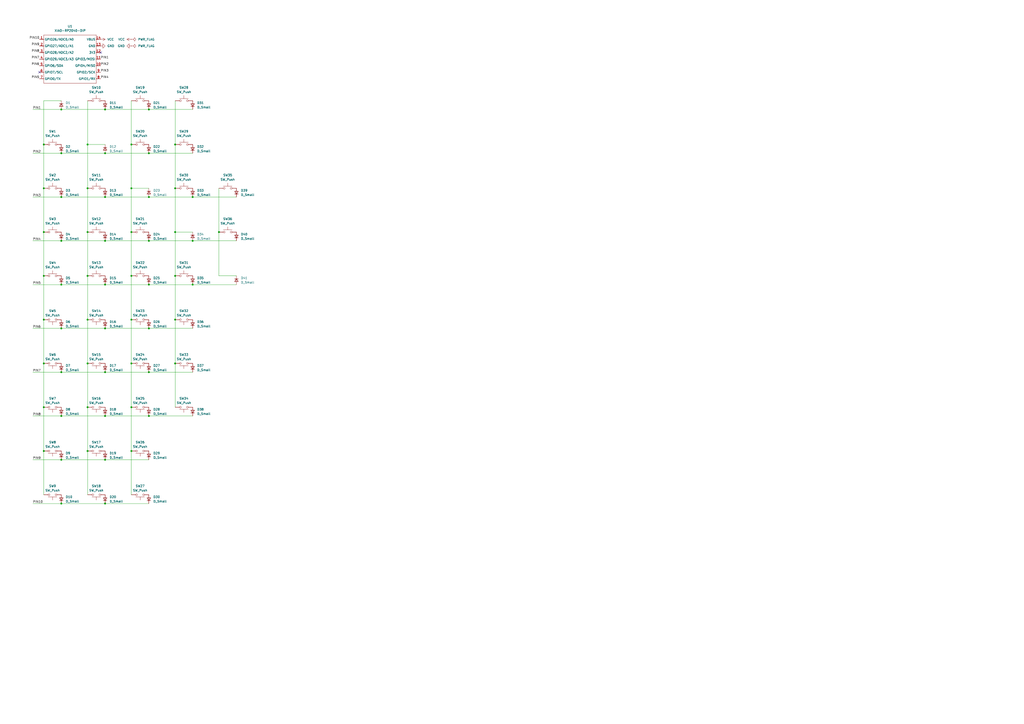
<source format=kicad_sch>
(kicad_sch (version 20231120) (generator "eeschema") (generator_version "8.0")
  (paper "A2")
  (lib_symbols
    (symbol "Device:D_Small" (pin_numbers hide) (pin_names (offset 0.254) hide)
      (property "Reference" "D" (at -1.27 2.032 0))
      (property "Value" "D_Small" (at -3.81 -2.032 0))
      (symbol "D_Small_0_1"
        (polyline (pts (xy -0.762 -1.016) (xy -0.762 1.016)) (stroke (width 0.254)))
        (polyline (pts (xy -0.762 0) (xy 0.762 0)))
        (polyline (pts (xy 0.762 -1.016) (xy -0.762 0) (xy 0.762 1.016) (xy 0.762 -1.016)) (stroke (width 0.254)))
      )
      (symbol "D_Small_1_1"
        (pin passive line (at -2.54 0 0) (length 1.778) (name "K") (number "1"))
        (pin passive line (at 2.54 0 180) (length 1.778) (name "A") (number "2"))
      )
    )
    (symbol "Seeed_Studio_XIAO_Series:XIAO-RP2040-DIP"
      (property "Reference" "U" (at 0 0 0))
      (property "Value" "XIAO-RP2040-DIP" (at 5.334 -1.778 0))
      (symbol "XIAO-RP2040-DIP_1_0"
        (polyline (pts (xy -1.27 -30.48) (xy -1.27 -16.51)) (stroke (width 0.1524)))
        (polyline (pts (xy -1.27 -27.94) (xy -2.54 -27.94)) (stroke (width 0.1524)))
        (polyline (pts (xy -1.27 -24.13) (xy -2.54 -24.13)) (stroke (width 0.1524)))
        (polyline (pts (xy -1.27 -20.32) (xy -2.54 -20.32)) (stroke (width 0.1524)))
        (polyline (pts (xy -1.27 -16.51) (xy -2.54 -16.51)) (stroke (width 0.1524)))
        (polyline (pts (xy -1.27 -16.51) (xy -1.27 -12.7)) (stroke (width 0.1524)))
        (polyline (pts (xy -1.27 -12.7) (xy -2.54 -12.7)) (stroke (width 0.1524)))
        (polyline (pts (xy -1.27 -12.7) (xy -1.27 -8.89)) (stroke (width 0.1524)))
        (polyline (pts (xy -1.27 -8.89) (xy -2.54 -8.89)) (stroke (width 0.1524)))
        (polyline (pts (xy -1.27 -8.89) (xy -1.27 -5.08)) (stroke (width 0.1524)))
        (polyline (pts (xy -1.27 -5.08) (xy -2.54 -5.08)) (stroke (width 0.1524)))
        (polyline (pts (xy -1.27 -5.08) (xy -1.27 -2.54)) (stroke (width 0.1524)))
        (polyline (pts (xy -1.27 -2.54) (xy 29.21 -2.54)) (stroke (width 0.1524)))
        (polyline (pts (xy 29.21 -30.48) (xy -1.27 -30.48)) (stroke (width 0.1524)))
        (polyline (pts (xy 29.21 -12.7) (xy 29.21 -30.48)) (stroke (width 0.1524)))
        (polyline (pts (xy 29.21 -8.89) (xy 29.21 -12.7)) (stroke (width 0.1524)))
        (polyline (pts (xy 29.21 -5.08) (xy 29.21 -8.89)) (stroke (width 0.1524)))
        (polyline (pts (xy 29.21 -2.54) (xy 29.21 -5.08)) (stroke (width 0.1524)))
        (polyline (pts (xy 30.48 -27.94) (xy 29.21 -27.94)) (stroke (width 0.1524)))
        (polyline (pts (xy 30.48 -24.13) (xy 29.21 -24.13)) (stroke (width 0.1524)))
        (polyline (pts (xy 30.48 -20.32) (xy 29.21 -20.32)) (stroke (width 0.1524)))
        (polyline (pts (xy 30.48 -16.51) (xy 29.21 -16.51)) (stroke (width 0.1524)))
        (polyline (pts (xy 30.48 -12.7) (xy 29.21 -12.7)) (stroke (width 0.1524)))
        (polyline (pts (xy 30.48 -8.89) (xy 29.21 -8.89)) (stroke (width 0.1524)))
        (polyline (pts (xy 30.48 -5.08) (xy 29.21 -5.08)) (stroke (width 0.1524)))
        (pin passive line (at -3.81 -5.08 0) (length 2.54) (name "GPIO26/ADC0/A0") (number "1"))
        (pin passive line (at 31.75 -20.32 180) (length 2.54) (name "GPIO4/MISO") (number "10"))
        (pin passive line (at 31.75 -16.51 180) (length 2.54) (name "GPIO3/MOSI") (number "11"))
        (pin passive line (at 31.75 -12.7 180) (length 2.54) (name "3V3") (number "12"))
        (pin passive line (at 31.75 -8.89 180) (length 2.54) (name "GND") (number "13"))
        (pin passive line (at 31.75 -5.08 180) (length 2.54) (name "VBUS") (number "14"))
        (pin passive line (at -3.81 -8.89 0) (length 2.54) (name "GPIO27/ADC1/A1") (number "2"))
        (pin passive line (at -3.81 -12.7 0) (length 2.54) (name "GPIO28/ADC2/A2") (number "3"))
        (pin passive line (at -3.81 -16.51 0) (length 2.54) (name "GPIO29/ADC3/A3") (number "4"))
        (pin passive line (at -3.81 -20.32 0) (length 2.54) (name "GPIO6/SDA") (number "5"))
        (pin passive line (at -3.81 -24.13 0) (length 2.54) (name "GPIO7/SCL") (number "6"))
        (pin passive line (at -3.81 -27.94 0) (length 2.54) (name "GPIO0/TX") (number "7"))
        (pin passive line (at 31.75 -27.94 180) (length 2.54) (name "GPIO1/RX") (number "8"))
        (pin passive line (at 31.75 -24.13 180) (length 2.54) (name "GPIO2/SCK") (number "9"))
      )
    )
    (symbol "Switch:SW_Push" (pin_numbers hide) (pin_names (offset 1.016) hide)
      (property "Reference" "SW" (at 1.27 2.54 0))
      (property "Value" "SW_Push" (at 0 -1.524 0))
      (symbol "SW_Push_0_1"
        (circle (center -2.032 0) (radius 0.508))
        (polyline (pts (xy 0 1.27) (xy 0 3.048)))
        (polyline (pts (xy 2.54 1.27) (xy -2.54 1.27)))
        (circle (center 2.032 0) (radius 0.508))
        (pin passive line (at -5.08 0 0) (length 2.54) (name "1") (number "1"))
        (pin passive line (at 5.08 0 180) (length 2.54) (name "2") (number "2"))
      )
    )
    (symbol "power:GND" (power) (pin_numbers hide) (pin_names (offset 0) hide)
      (property "Value" "GND" (at 0 -3.81 0))
      (symbol "GND_0_1"
        (polyline (pts (xy 0 0) (xy 0 -1.27) (xy 1.27 -1.27) (xy 0 -2.54) (xy -1.27 -1.27) (xy 0 -1.27)))
      )
      (symbol "GND_1_1"
        (pin power_in line (at 0 0 270) (length 0) (name "~") (number "1"))
      )
    )
    (symbol "power:PWR_FLAG" (power) (pin_numbers hide) (pin_names (offset 0) hide)
      (property "Value" "PWR_FLAG" (at 0 3.81 0))
      (symbol "PWR_FLAG_0_0"
        (pin power_out line (at 0 0 90) (length 0) (name "~") (number "1"))
      )
      (symbol "PWR_FLAG_0_1"
        (polyline (pts (xy 0 0) (xy 0 1.27) (xy -1.016 1.905) (xy 0 2.54) (xy 1.016 1.905) (xy 0 1.27)))
      )
    )
    (symbol "power:VCC" (power) (pin_numbers hide) (pin_names (offset 0) hide)
      (property "Value" "VCC" (at 0 3.556 0))
      (symbol "VCC_0_1"
        (polyline (pts (xy -0.762 1.27) (xy 0 2.54)))
        (polyline (pts (xy 0 0) (xy 0 2.54)))
        (polyline (pts (xy 0 2.54) (xy 0.762 1.27)))
      )
      (symbol "VCC_1_1"
        (pin power_in line (at 0 0 90) (length 0) (name "~") (number "1"))
      )
    )
  )
  (junction (at 60.96 88.9))
  (junction (at 35.56 114.3))
  (junction (at 101.6 185.42))
  (junction (at 35.56 139.7))
  (junction (at 76.2 210.82))
  (junction (at 35.56 215.9))
  (junction (at 25.4 210.82))
  (junction (at 50.8 210.82))
  (junction (at 86.36 63.5))
  (junction (at 25.4 261.62))
  (junction (at 25.4 160.02))
  (junction (at 60.96 63.5))
  (junction (at 35.56 190.5))
  (junction (at 86.36 139.7))
  (junction (at 86.36 165.1))
  (junction (at 60.96 266.7))
  (junction (at 86.36 215.9))
  (junction (at 86.36 88.9))
  (junction (at 76.2 261.62))
  (junction (at 60.96 241.3))
  (junction (at 60.96 165.1))
  (junction (at 86.36 114.3))
  (junction (at 101.6 210.82))
  (junction (at 35.56 266.7))
  (junction (at 35.56 88.9))
  (junction (at 35.56 165.1))
  (junction (at 111.76 114.3))
  (junction (at 50.8 83.82))
  (junction (at 76.2 134.62))
  (junction (at 86.36 190.5))
  (junction (at 25.4 185.42))
  (junction (at 127 134.62))
  (junction (at 76.2 83.82))
  (junction (at 50.8 261.62))
  (junction (at 101.6 160.02))
  (junction (at 50.8 134.62))
  (junction (at 25.4 109.22))
  (junction (at 60.96 292.1))
  (junction (at 60.96 114.3))
  (junction (at 50.8 236.22))
  (junction (at 111.76 165.1))
  (junction (at 35.56 241.3))
  (junction (at 35.56 292.1))
  (junction (at 60.96 190.5))
  (junction (at 50.8 185.42))
  (junction (at 76.2 185.42))
  (junction (at 86.36 241.3))
  (junction (at 101.6 83.82))
  (junction (at 76.2 236.22))
  (junction (at 60.96 215.9))
  (junction (at 50.8 160.02))
  (junction (at 101.6 109.22))
  (junction (at 50.8 109.22))
  (junction (at 101.6 134.62))
  (junction (at 76.2 109.22))
  (junction (at 76.2 160.02))
  (junction (at 60.96 139.7))
  (junction (at 25.4 236.22))
  (junction (at 111.76 139.7))
  (junction (at 25.4 83.82))
  (junction (at 35.56 63.5))
  (junction (at 25.4 134.62))
  (no_connect (at 58.42 30.48))
  (no_connect (at 22.86 41.91))
  (wire (pts (xy 76.2 261.62) (xy 76.2 287.02)))
  (wire (pts (xy 19.05 190.5) (xy 35.56 190.5)))
  (wire (pts (xy 76.2 134.62) (xy 76.2 160.02)))
  (wire (pts (xy 19.05 114.3) (xy 35.56 114.3)))
  (wire (pts (xy 25.4 261.62) (xy 25.4 287.02)))
  (wire (pts (xy 35.56 63.5) (xy 60.96 63.5)))
  (wire (pts (xy 60.96 88.9) (xy 86.36 88.9)))
  (wire (pts (xy 19.05 139.7) (xy 35.56 139.7)))
  (wire (pts (xy 76.2 210.82) (xy 76.2 236.22)))
  (wire (pts (xy 35.56 215.9) (xy 60.96 215.9)))
  (wire (pts (xy 101.6 185.42) (xy 101.6 210.82)))
  (wire (pts (xy 76.2 185.42) (xy 76.2 210.82)))
  (wire (pts (xy 86.36 190.5) (xy 111.76 190.5)))
  (wire (pts (xy 19.05 63.5) (xy 35.56 63.5)))
  (wire (pts (xy 19.05 215.9) (xy 35.56 215.9)))
  (wire (pts (xy 111.76 114.3) (xy 137.16 114.3)))
  (wire (pts (xy 50.8 58.42) (xy 50.8 83.82)))
  (wire (pts (xy 25.4 185.42) (xy 25.4 210.82)))
  (wire (pts (xy 60.96 266.7) (xy 86.36 266.7)))
  (wire (pts (xy 60.96 241.3) (xy 86.36 241.3)))
  (wire (pts (xy 25.4 58.42) (xy 25.4 83.82)))
  (wire (pts (xy 35.56 165.1) (xy 60.96 165.1)))
  (wire (pts (xy 35.56 88.9) (xy 60.96 88.9)))
  (wire (pts (xy 76.2 160.02) (xy 76.2 185.42)))
  (wire (pts (xy 60.96 190.5) (xy 86.36 190.5)))
  (wire (pts (xy 86.36 114.3) (xy 111.76 114.3)))
  (wire (pts (xy 101.6 134.62) (xy 101.6 160.02)))
  (wire (pts (xy 19.05 88.9) (xy 35.56 88.9)))
  (wire (pts (xy 101.6 83.82) (xy 101.6 109.22)))
  (wire (pts (xy 101.6 210.82) (xy 101.6 236.22)))
  (wire (pts (xy 101.6 160.02) (xy 101.6 185.42)))
  (wire (pts (xy 25.4 134.62) (xy 25.4 160.02)))
  (wire (pts (xy 25.4 210.82) (xy 25.4 236.22)))
  (wire (pts (xy 35.56 190.5) (xy 60.96 190.5)))
  (wire (pts (xy 50.8 261.62) (xy 50.8 287.02)))
  (wire (pts (xy 60.96 114.3) (xy 86.36 114.3)))
  (wire (pts (xy 76.2 58.42) (xy 76.2 83.82)))
  (wire (pts (xy 101.6 58.42) (xy 101.6 83.82)))
  (wire (pts (xy 60.96 139.7) (xy 86.36 139.7)))
  (wire (pts (xy 50.8 83.82) (xy 60.96 83.82)))
  (wire (pts (xy 19.05 266.7) (xy 35.56 266.7)))
  (wire (pts (xy 50.8 83.82) (xy 50.8 109.22)))
  (wire (pts (xy 35.56 266.7) (xy 60.96 266.7)))
  (wire (pts (xy 86.36 215.9) (xy 111.76 215.9)))
  (wire (pts (xy 60.96 292.1) (xy 86.36 292.1)))
  (wire (pts (xy 86.36 88.9) (xy 111.76 88.9)))
  (wire (pts (xy 86.36 63.5) (xy 111.76 63.5)))
  (wire (pts (xy 19.05 165.1) (xy 35.56 165.1)))
  (wire (pts (xy 101.6 109.22) (xy 101.6 134.62)))
  (wire (pts (xy 19.05 241.3) (xy 35.56 241.3)))
  (wire (pts (xy 25.4 160.02) (xy 25.4 185.42)))
  (wire (pts (xy 35.56 139.7) (xy 60.96 139.7)))
  (wire (pts (xy 60.96 215.9) (xy 86.36 215.9)))
  (wire (pts (xy 137.16 160.02) (xy 127 160.02)))
  (wire (pts (xy 111.76 165.1) (xy 137.16 165.1)))
  (wire (pts (xy 50.8 134.62) (xy 50.8 160.02)))
  (wire (pts (xy 127 109.22) (xy 127 134.62)))
  (wire (pts (xy 50.8 210.82) (xy 50.8 236.22)))
  (wire (pts (xy 86.36 165.1) (xy 111.76 165.1)))
  (wire (pts (xy 60.96 63.5) (xy 86.36 63.5)))
  (wire (pts (xy 19.05 292.1) (xy 35.56 292.1)))
  (wire (pts (xy 76.2 236.22) (xy 76.2 261.62)))
  (wire (pts (xy 60.96 165.1) (xy 86.36 165.1)))
  (wire (pts (xy 50.8 109.22) (xy 50.8 134.62)))
  (wire (pts (xy 127 134.62) (xy 127 160.02)))
  (wire (pts (xy 35.56 241.3) (xy 60.96 241.3)))
  (wire (pts (xy 50.8 160.02) (xy 50.8 185.42)))
  (wire (pts (xy 25.4 109.22) (xy 25.4 134.62)))
  (wire (pts (xy 86.36 139.7) (xy 111.76 139.7)))
  (wire (pts (xy 35.56 114.3) (xy 60.96 114.3)))
  (wire (pts (xy 35.56 292.1) (xy 60.96 292.1)))
  (wire (pts (xy 35.56 58.42) (xy 25.4 58.42)))
  (wire (pts (xy 76.2 109.22) (xy 86.36 109.22)))
  (wire (pts (xy 86.36 241.3) (xy 111.76 241.3)))
  (wire (pts (xy 50.8 185.42) (xy 50.8 210.82)))
  (wire (pts (xy 25.4 236.22) (xy 25.4 261.62)))
  (wire (pts (xy 111.76 139.7) (xy 137.16 139.7)))
  (wire (pts (xy 25.4 83.82) (xy 25.4 109.22)))
  (wire (pts (xy 101.6 134.62) (xy 111.76 134.62)))
  (wire (pts (xy 50.8 236.22) (xy 50.8 261.62)))
  (wire (pts (xy 76.2 109.22) (xy 76.2 134.62)))
  (wire (pts (xy 76.2 83.82) (xy 76.2 109.22)))
  (label "PIN2" (at 19.05 88.9 0))
  (label "PIN6" (at 19.05 190.5 0))
  (label "PIN4" (at 19.05 139.7 0))
  (label "PIN2" (at 58.42 38.1 0))
  (label "PIN3" (at 19.05 114.3 0))
  (label "PIN6" (at 22.86 38.1 180))
  (label "PIN8" (at 19.05 241.3 0))
  (label "PIN5" (at 22.86 45.72 180))
  (label "PIN7" (at 22.86 34.29 180))
  (label "PIN1" (at 19.05 63.5 0))
  (label "PIN5" (at 19.05 165.1 0))
  (label "PIN4" (at 58.42 45.72 0))
  (label "PIN7" (at 19.05 215.9 0))
  (label "PIN9" (at 19.05 266.7 0))
  (label "PIN1" (at 58.42 34.29 0))
  (label "PIN9" (at 22.86 26.67 180))
  (label "PIN10" (at 19.05 292.1 0))
  (label "PIN3" (at 58.42 41.91 0))
  (label "PIN8" (at 22.86 30.48 180))
  (label "PIN10" (at 22.86 22.86 180))
  (symbol (lib_id "Device:D_Small") (at 86.36 111.76 270) (unit 1)
    (property "Reference" "D23" (at 88.9 110.4899 90) (effects (justify left)))
    (property "Value" "D_Small" (at 88.9 113.0299 90) (effects (justify left)))
    (property "Footprint" "kbd:D3_SMD_v2" (effects (hide yes)))
    (property "Description" "Diode, small symbol" (effects (hide yes)))
    (property "Sim.Device" "D" (effects (hide yes)))
    (property "Sim.Pins" "1=K 2=A" (effects (hide yes)))
  )
  (symbol (lib_id "Switch:SW_Push") (at 30.48 83.82 0) (unit 1)
    (property "Reference" "SW1" (at 30.48 76.2 0))
    (property "Value" "SW_Push" (at 30.48 78.74 0))
    (property "Footprint" "kbd:CherryMX_Hotswap" (effects (hide yes)))
    (property "Description" "Push button switch, generic, two pins" (effects (hide yes)))
  )
  (symbol (lib_id "Switch:SW_Push") (at 30.48 185.42 180) (unit 1)
    (property "Reference" "SW5" (at 30.48 180.34 0))
    (property "Value" "SW_Push" (at 30.48 182.88 0))
    (property "Footprint" "kbd:CherryMX_Hotswap" (effects (hide yes)))
    (property "Description" "Push button switch, generic, two pins" (effects (hide yes)))
  )
  (symbol (lib_id "Device:D_Small") (at 60.96 238.76 90) (unit 1)
    (property "Reference" "D18" (at 63.5 237.4899 90) (effects (justify right)))
    (property "Value" "D_Small" (at 63.5 240.0299 90) (effects (justify right)))
    (property "Footprint" "kbd:D3_SMD_v2" (effects (hide yes)))
    (property "Description" "Diode, small symbol" (effects (hide yes)))
    (property "Sim.Device" "D" (effects (hide yes)))
    (property "Sim.Pins" "1=K 2=A" (effects (hide yes)))
  )
  (symbol (lib_id "Device:D_Small") (at 35.56 86.36 90) (unit 1)
    (property "Reference" "D2" (at 38.1 85.0899 90) (effects (justify right)))
    (property "Value" "D_Small" (at 38.1 87.6299 90) (effects (justify right)))
    (property "Footprint" "kbd:D3_SMD_v2" (effects (hide yes)))
    (property "Description" "Diode, small symbol" (effects (hide yes)))
    (property "Sim.Device" "D" (effects (hide yes)))
    (property "Sim.Pins" "1=K 2=A" (effects (hide yes)))
  )
  (symbol (lib_id "Device:D_Small") (at 86.36 213.36 90) (unit 1)
    (property "Reference" "D27" (at 88.9 212.0899 90) (effects (justify right)))
    (property "Value" "D_Small" (at 88.9 214.6299 90) (effects (justify right)))
    (property "Footprint" "kbd:D3_SMD_v2" (effects (hide yes)))
    (property "Description" "Diode, small symbol" (effects (hide yes)))
    (property "Sim.Device" "D" (effects (hide yes)))
    (property "Sim.Pins" "1=K 2=A" (effects (hide yes)))
  )
  (symbol (lib_id "Device:D_Small") (at 111.76 60.96 90) (unit 1)
    (property "Reference" "D31" (at 114.3 59.6899 90) (effects (justify right)))
    (property "Value" "D_Small" (at 114.3 62.2299 90) (effects (justify right)))
    (property "Footprint" "kbd:D3_SMD_v2" (effects (hide yes)))
    (property "Description" "Diode, small symbol" (effects (hide yes)))
    (property "Sim.Device" "D" (effects (hide yes)))
    (property "Sim.Pins" "1=K 2=A" (effects (hide yes)))
  )
  (symbol (lib_id "Device:D_Small") (at 60.96 213.36 90) (unit 1)
    (property "Reference" "D17" (at 63.5 212.0899 90) (effects (justify right)))
    (property "Value" "D_Small" (at 63.5 214.6299 90) (effects (justify right)))
    (property "Footprint" "kbd:D3_SMD_v2" (effects (hide yes)))
    (property "Description" "Diode, small symbol" (effects (hide yes)))
    (property "Sim.Device" "D" (effects (hide yes)))
    (property "Sim.Pins" "1=K 2=A" (effects (hide yes)))
  )
  (symbol (lib_id "Switch:SW_Push") (at 55.88 134.62 0) (unit 1)
    (property "Reference" "SW12" (at 55.88 127 0))
    (property "Value" "SW_Push" (at 55.88 129.54 0))
    (property "Footprint" "kbd:CherryMX_Hotswap" (effects (hide yes)))
    (property "Description" "Push button switch, generic, two pins" (effects (hide yes)))
  )
  (symbol (lib_id "Switch:SW_Push") (at 81.28 160.02 0) (unit 1)
    (property "Reference" "SW22" (at 81.28 152.4 0))
    (property "Value" "SW_Push" (at 81.28 154.94 0))
    (property "Footprint" "kbd:CherryMX_Hotswap" (effects (hide yes)))
    (property "Description" "Push button switch, generic, two pins" (effects (hide yes)))
  )
  (symbol (lib_id "Switch:SW_Push") (at 81.28 236.22 180) (unit 1)
    (property "Reference" "SW25" (at 81.28 231.14 0))
    (property "Value" "SW_Push" (at 81.28 233.68 0))
    (property "Footprint" "kbd:CherryMX_Hotswap" (effects (hide yes)))
    (property "Description" "Push button switch, generic, two pins" (effects (hide yes)))
  )
  (symbol (lib_id "Device:D_Small") (at 86.36 264.16 90) (unit 1)
    (property "Reference" "D29" (at 88.9 262.8899 90) (effects (justify right)))
    (property "Value" "D_Small" (at 88.9 265.4299 90) (effects (justify right)))
    (property "Footprint" "kbd:D3_SMD_v2" (effects (hide yes)))
    (property "Description" "Diode, small symbol" (effects (hide yes)))
    (property "Sim.Device" "D" (effects (hide yes)))
    (property "Sim.Pins" "1=K 2=A" (effects (hide yes)))
  )
  (symbol (lib_id "Device:D_Small") (at 111.76 213.36 90) (unit 1)
    (property "Reference" "D37" (at 114.3 212.0899 90) (effects (justify right)))
    (property "Value" "D_Small" (at 114.3 214.6299 90) (effects (justify right)))
    (property "Footprint" "kbd:D3_SMD_v2" (effects (hide yes)))
    (property "Description" "Diode, small symbol" (effects (hide yes)))
    (property "Sim.Device" "D" (effects (hide yes)))
    (property "Sim.Pins" "1=K 2=A" (effects (hide yes)))
  )
  (symbol (lib_id "Switch:SW_Push") (at 132.08 134.62 0) (unit 1)
    (property "Reference" "SW36" (at 132.08 127 0))
    (property "Value" "SW_Push" (at 132.08 129.54 0))
    (property "Footprint" "kbd:CherryMX_Hotswap_1.5u" (effects (hide yes)))
    (property "Description" "Push button switch, generic, two pins" (effects (hide yes)))
  )
  (symbol (lib_id "Switch:SW_Push") (at 106.68 185.42 180) (unit 1)
    (property "Reference" "SW32" (at 106.68 180.34 0))
    (property "Value" "SW_Push" (at 106.68 182.88 0))
    (property "Footprint" "kbd:CherryMX_Hotswap" (effects (hide yes)))
    (property "Description" "Push button switch, generic, two pins" (effects (hide yes)))
  )
  (symbol (lib_id "power:VCC") (at 58.42 22.86 270) (unit 1)
    (property "Reference" "#PWR01" (effects (hide yes)))
    (property "Value" "VCC" (at 62.23 22.8599 90) (effects (justify left)))
    (property "Description" "Power symbol creates a global label with name \"VCC\"" (effects (hide yes)))
  )
  (symbol (lib_id "Switch:SW_Push") (at 55.88 109.22 0) (unit 1)
    (property "Reference" "SW11" (at 55.88 101.6 0))
    (property "Value" "SW_Push" (at 55.88 104.14 0))
    (property "Footprint" "kbd:CherryMX_Hotswap" (effects (hide yes)))
    (property "Description" "Push button switch, generic, two pins" (effects (hide yes)))
  )
  (symbol (lib_id "Switch:SW_Push") (at 81.28 210.82 180) (unit 1)
    (property "Reference" "SW24" (at 81.28 205.74 0))
    (property "Value" "SW_Push" (at 81.28 208.28 0))
    (property "Footprint" "kbd:CherryMX_Hotswap" (effects (hide yes)))
    (property "Description" "Push button switch, generic, two pins" (effects (hide yes)))
  )
  (symbol (lib_id "Switch:SW_Push") (at 55.88 160.02 0) (unit 1)
    (property "Reference" "SW13" (at 55.88 152.4 0))
    (property "Value" "SW_Push" (at 55.88 154.94 0))
    (property "Footprint" "kbd:CherryMX_Hotswap" (effects (hide yes)))
    (property "Description" "Push button switch, generic, two pins" (effects (hide yes)))
  )
  (symbol (lib_id "Switch:SW_Push") (at 30.48 160.02 0) (unit 1)
    (property "Reference" "SW4" (at 30.48 152.4 0))
    (property "Value" "SW_Push" (at 30.48 154.94 0))
    (property "Footprint" "kbd:CherryMX_Hotswap" (effects (hide yes)))
    (property "Description" "Push button switch, generic, two pins" (effects (hide yes)))
  )
  (symbol (lib_id "Device:D_Small") (at 35.56 60.96 270) (unit 1)
    (property "Reference" "D1" (at 38.1 59.6899 90) (effects (justify left)))
    (property "Value" "D_Small" (at 38.1 62.2299 90) (effects (justify left)))
    (property "Footprint" "kbd:D3_SMD_v2" (effects (hide yes)))
    (property "Description" "Diode, small symbol" (effects (hide yes)))
    (property "Sim.Device" "D" (effects (hide yes)))
    (property "Sim.Pins" "1=K 2=A" (effects (hide yes)))
  )
  (symbol (lib_id "Device:D_Small") (at 137.16 137.16 90) (unit 1)
    (property "Reference" "D40" (at 139.7 135.8899 90) (effects (justify right)))
    (property "Value" "D_Small" (at 139.7 138.4299 90) (effects (justify right)))
    (property "Footprint" "kbd:D3_SMD_v2" (effects (hide yes)))
    (property "Description" "Diode, small symbol" (effects (hide yes)))
    (property "Sim.Device" "D" (effects (hide yes)))
    (property "Sim.Pins" "1=K 2=A" (effects (hide yes)))
  )
  (symbol (lib_id "Device:D_Small") (at 35.56 289.56 90) (unit 1)
    (property "Reference" "D10" (at 38.1 288.2899 90) (effects (justify right)))
    (property "Value" "D_Small" (at 38.1 290.8299 90) (effects (justify right)))
    (property "Footprint" "kbd:D3_SMD_v2" (effects (hide yes)))
    (property "Description" "Diode, small symbol" (effects (hide yes)))
    (property "Sim.Device" "D" (effects (hide yes)))
    (property "Sim.Pins" "1=K 2=A" (effects (hide yes)))
  )
  (symbol (lib_id "Switch:SW_Push") (at 30.48 236.22 180) (unit 1)
    (property "Reference" "SW7" (at 30.48 231.14 0))
    (property "Value" "SW_Push" (at 30.48 233.68 0))
    (property "Footprint" "kbd:CherryMX_Hotswap" (effects (hide yes)))
    (property "Description" "Push button switch, generic, two pins" (effects (hide yes)))
  )
  (symbol (lib_id "Device:D_Small") (at 35.56 137.16 90) (unit 1)
    (property "Reference" "D4" (at 38.1 135.8899 90) (effects (justify right)))
    (property "Value" "D_Small" (at 38.1 138.4299 90) (effects (justify right)))
    (property "Footprint" "kbd:D3_SMD_v2" (effects (hide yes)))
    (property "Description" "Diode, small symbol" (effects (hide yes)))
    (property "Sim.Device" "D" (effects (hide yes)))
    (property "Sim.Pins" "1=K 2=A" (effects (hide yes)))
  )
  (symbol (lib_id "Device:D_Small") (at 60.96 162.56 90) (unit 1)
    (property "Reference" "D15" (at 63.5 161.2899 90) (effects (justify right)))
    (property "Value" "D_Small" (at 63.5 163.8299 90) (effects (justify right)))
    (property "Footprint" "kbd:D3_SMD_v2" (effects (hide yes)))
    (property "Description" "Diode, small symbol" (effects (hide yes)))
    (property "Sim.Device" "D" (effects (hide yes)))
    (property "Sim.Pins" "1=K 2=A" (effects (hide yes)))
  )
  (symbol (lib_id "Device:D_Small") (at 60.96 86.36 270) (unit 1)
    (property "Reference" "D12" (at 63.5 85.0899 90) (effects (justify left)))
    (property "Value" "D_Small" (at 63.5 87.6299 90) (effects (justify left)))
    (property "Footprint" "kbd:D3_SMD_v2" (effects (hide yes)))
    (property "Description" "Diode, small symbol" (effects (hide yes)))
    (property "Sim.Device" "D" (effects (hide yes)))
    (property "Sim.Pins" "1=K 2=A" (effects (hide yes)))
  )
  (symbol (lib_id "Device:D_Small") (at 86.36 60.96 90) (unit 1)
    (property "Reference" "D21" (at 88.9 59.6899 90) (effects (justify right)))
    (property "Value" "D_Small" (at 88.9 62.2299 90) (effects (justify right)))
    (property "Footprint" "kbd:D3_SMD_v2" (effects (hide yes)))
    (property "Description" "Diode, small symbol" (effects (hide yes)))
    (property "Sim.Device" "D" (effects (hide yes)))
    (property "Sim.Pins" "1=K 2=A" (effects (hide yes)))
  )
  (symbol (lib_id "Device:D_Small") (at 60.96 187.96 90) (unit 1)
    (property "Reference" "D16" (at 63.5 186.6899 90) (effects (justify right)))
    (property "Value" "D_Small" (at 63.5 189.2299 90) (effects (justify right)))
    (property "Footprint" "kbd:D3_SMD_v2" (effects (hide yes)))
    (property "Description" "Diode, small symbol" (effects (hide yes)))
    (property "Sim.Device" "D" (effects (hide yes)))
    (property "Sim.Pins" "1=K 2=A" (effects (hide yes)))
  )
  (symbol (lib_id "Device:D_Small") (at 35.56 187.96 90) (unit 1)
    (property "Reference" "D6" (at 38.1 186.6899 90) (effects (justify right)))
    (property "Value" "D_Small" (at 38.1 189.2299 90) (effects (justify right)))
    (property "Footprint" "kbd:D3_SMD_v2" (effects (hide yes)))
    (property "Description" "Diode, small symbol" (effects (hide yes)))
    (property "Sim.Device" "D" (effects (hide yes)))
    (property "Sim.Pins" "1=K 2=A" (effects (hide yes)))
  )
  (symbol (lib_id "Device:D_Small") (at 111.76 238.76 90) (unit 1)
    (property "Reference" "D38" (at 114.3 237.4899 90) (effects (justify right)))
    (property "Value" "D_Small" (at 114.3 240.0299 90) (effects (justify right)))
    (property "Footprint" "kbd:D3_SMD_v2" (effects (hide yes)))
    (property "Description" "Diode, small symbol" (effects (hide yes)))
    (property "Sim.Device" "D" (effects (hide yes)))
    (property "Sim.Pins" "1=K 2=A" (effects (hide yes)))
  )
  (symbol (lib_id "Switch:SW_Push") (at 106.68 236.22 180) (unit 1)
    (property "Reference" "SW34" (at 106.68 231.14 0))
    (property "Value" "SW_Push" (at 106.68 233.68 0))
    (property "Footprint" "kbd:CherryMX_Hotswap" (effects (hide yes)))
    (property "Description" "Push button switch, generic, two pins" (effects (hide yes)))
  )
  (symbol (lib_id "Device:D_Small") (at 86.36 137.16 90) (unit 1)
    (property "Reference" "D24" (at 88.9 135.8899 90) (effects (justify right)))
    (property "Value" "D_Small" (at 88.9 138.4299 90) (effects (justify right)))
    (property "Footprint" "kbd:D3_SMD_v2" (effects (hide yes)))
    (property "Description" "Diode, small symbol" (effects (hide yes)))
    (property "Sim.Device" "D" (effects (hide yes)))
    (property "Sim.Pins" "1=K 2=A" (effects (hide yes)))
  )
  (symbol (lib_id "Device:D_Small") (at 60.96 264.16 90) (unit 1)
    (property "Reference" "D19" (at 63.5 262.8899 90) (effects (justify right)))
    (property "Value" "D_Small" (at 63.5 265.4299 90) (effects (justify right)))
    (property "Footprint" "kbd:D3_SMD_v2" (effects (hide yes)))
    (property "Description" "Diode, small symbol" (effects (hide yes)))
    (property "Sim.Device" "D" (effects (hide yes)))
    (property "Sim.Pins" "1=K 2=A" (effects (hide yes)))
  )
  (symbol (lib_id "Device:D_Small") (at 111.76 111.76 90) (unit 1)
    (property "Reference" "D33" (at 114.3 110.4899 90) (effects (justify right)))
    (property "Value" "D_Small" (at 114.3 113.0299 90) (effects (justify right)))
    (property "Footprint" "kbd:D3_SMD_v2" (effects (hide yes)))
    (property "Description" "Diode, small symbol" (effects (hide yes)))
    (property "Sim.Device" "D" (effects (hide yes)))
    (property "Sim.Pins" "1=K 2=A" (effects (hide yes)))
  )
  (symbol (lib_id "Switch:SW_Push") (at 55.88 236.22 180) (unit 1)
    (property "Reference" "SW16" (at 55.88 231.14 0))
    (property "Value" "SW_Push" (at 55.88 233.68 0))
    (property "Footprint" "kbd:CherryMX_Hotswap" (effects (hide yes)))
    (property "Description" "Push button switch, generic, two pins" (effects (hide yes)))
  )
  (symbol (lib_id "Switch:SW_Push") (at 30.48 287.02 180) (unit 1)
    (property "Reference" "SW9" (at 30.48 281.94 0))
    (property "Value" "SW_Push" (at 30.48 284.48 0))
    (property "Footprint" "kbd:CherryMX_Hotswap" (effects (hide yes)))
    (property "Description" "Push button switch, generic, two pins" (effects (hide yes)))
  )
  (symbol (lib_id "Switch:SW_Push") (at 81.28 134.62 0) (unit 1)
    (property "Reference" "SW21" (at 81.28 127 0))
    (property "Value" "SW_Push" (at 81.28 129.54 0))
    (property "Footprint" "kbd:CherryMX_Hotswap" (effects (hide yes)))
    (property "Description" "Push button switch, generic, two pins" (effects (hide yes)))
  )
  (symbol (lib_id "Switch:SW_Push") (at 81.28 261.62 180) (unit 1)
    (property "Reference" "SW26" (at 81.28 256.54 0))
    (property "Value" "SW_Push" (at 81.28 259.08 0))
    (property "Footprint" "kbd:CherryMX_Hotswap" (effects (hide yes)))
    (property "Description" "Push button switch, generic, two pins" (effects (hide yes)))
  )
  (symbol (lib_id "Device:D_Small") (at 35.56 162.56 90) (unit 1)
    (property "Reference" "D5" (at 38.1 161.2899 90) (effects (justify right)))
    (property "Value" "D_Small" (at 38.1 163.8299 90) (effects (justify right)))
    (property "Footprint" "kbd:D3_SMD_v2" (effects (hide yes)))
    (property "Description" "Diode, small symbol" (effects (hide yes)))
    (property "Sim.Device" "D" (effects (hide yes)))
    (property "Sim.Pins" "1=K 2=A" (effects (hide yes)))
  )
  (symbol (lib_id "Device:D_Small") (at 60.96 289.56 90) (unit 1)
    (property "Reference" "D20" (at 63.5 288.2899 90) (effects (justify right)))
    (property "Value" "D_Small" (at 63.5 290.8299 90) (effects (justify right)))
    (property "Footprint" "kbd:D3_SMD_v2" (effects (hide yes)))
    (property "Description" "Diode, small symbol" (effects (hide yes)))
    (property "Sim.Device" "D" (effects (hide yes)))
    (property "Sim.Pins" "1=K 2=A" (effects (hide yes)))
  )
  (symbol (lib_id "Device:D_Small") (at 35.56 111.76 90) (unit 1)
    (property "Reference" "D3" (at 38.1 110.4899 90) (effects (justify right)))
    (property "Value" "D_Small" (at 38.1 113.0299 90) (effects (justify right)))
    (property "Footprint" "kbd:D3_SMD_v2" (effects (hide yes)))
    (property "Description" "Diode, small symbol" (effects (hide yes)))
    (property "Sim.Device" "D" (effects (hide yes)))
    (property "Sim.Pins" "1=K 2=A" (effects (hide yes)))
  )
  (symbol (lib_id "power:GND") (at 76.2 26.67 270) (unit 1)
    (property "Reference" "#PWR04" (effects (hide yes)))
    (property "Value" "GND" (at 72.39 26.6699 90) (effects (justify right)))
    (property "Description" "Power symbol creates a global label with name \"GND\" , ground" (effects (hide yes)))
  )
  (symbol (lib_id "Device:D_Small") (at 35.56 264.16 90) (unit 1)
    (property "Reference" "D9" (at 38.1 262.8899 90) (effects (justify right)))
    (property "Value" "D_Small" (at 38.1 265.4299 90) (effects (justify right)))
    (property "Footprint" "kbd:D3_SMD_v2" (effects (hide yes)))
    (property "Description" "Diode, small symbol" (effects (hide yes)))
    (property "Sim.Device" "D" (effects (hide yes)))
    (property "Sim.Pins" "1=K 2=A" (effects (hide yes)))
  )
  (symbol (lib_id "Device:D_Small") (at 86.36 238.76 90) (unit 1)
    (property "Reference" "D28" (at 88.9 237.4899 90) (effects (justify right)))
    (property "Value" "D_Small" (at 88.9 240.0299 90) (effects (justify right)))
    (property "Footprint" "kbd:D3_SMD_v2" (effects (hide yes)))
    (property "Description" "Diode, small symbol" (effects (hide yes)))
    (property "Sim.Device" "D" (effects (hide yes)))
    (property "Sim.Pins" "1=K 2=A" (effects (hide yes)))
  )
  (symbol (lib_id "Switch:SW_Push") (at 30.48 261.62 180) (unit 1)
    (property "Reference" "SW8" (at 30.48 256.54 0))
    (property "Value" "SW_Push" (at 30.48 259.08 0))
    (property "Footprint" "kbd:CherryMX_Hotswap" (effects (hide yes)))
    (property "Description" "Push button switch, generic, two pins" (effects (hide yes)))
  )
  (symbol (lib_id "Switch:SW_Push") (at 81.28 58.42 0) (unit 1)
    (property "Reference" "SW19" (at 81.28 50.8 0))
    (property "Value" "SW_Push" (at 81.28 53.34 0))
    (property "Footprint" "kbd:CherryMX_Hotswap" (effects (hide yes)))
    (property "Description" "Push button switch, generic, two pins" (effects (hide yes)))
  )
  (symbol (lib_id "power:PWR_FLAG") (at 76.2 22.86 270) (unit 1)
    (property "Reference" "#FLG01" (effects (hide yes)))
    (property "Value" "PWR_FLAG" (at 80.01 22.8599 90) (effects (justify left)))
    (property "Description" "Special symbol for telling ERC where power comes from" (effects (hide yes)))
  )
  (symbol (lib_id "Switch:SW_Push") (at 30.48 210.82 180) (unit 1)
    (property "Reference" "SW6" (at 30.48 205.74 0))
    (property "Value" "SW_Push" (at 30.48 208.28 0))
    (property "Footprint" "kbd:CherryMX_Hotswap" (effects (hide yes)))
    (property "Description" "Push button switch, generic, two pins" (effects (hide yes)))
  )
  (symbol (lib_id "Device:D_Small") (at 60.96 60.96 90) (unit 1)
    (property "Reference" "D11" (at 63.5 59.6899 90) (effects (justify right)))
    (property "Value" "D_Small" (at 63.5 62.2299 90) (effects (justify right)))
    (property "Footprint" "kbd:D3_SMD_v2" (effects (hide yes)))
    (property "Description" "Diode, small symbol" (effects (hide yes)))
    (property "Sim.Device" "D" (effects (hide yes)))
    (property "Sim.Pins" "1=K 2=A" (effects (hide yes)))
  )
  (symbol (lib_id "Switch:SW_Push") (at 106.68 83.82 0) (unit 1)
    (property "Reference" "SW29" (at 106.68 76.2 0))
    (property "Value" "SW_Push" (at 106.68 78.74 0))
    (property "Footprint" "kbd:CherryMX_Hotswap" (effects (hide yes)))
    (property "Description" "Push button switch, generic, two pins" (effects (hide yes)))
  )
  (symbol (lib_id "Switch:SW_Push") (at 106.68 58.42 0) (unit 1)
    (property "Reference" "SW28" (at 106.68 50.8 0))
    (property "Value" "SW_Push" (at 106.68 53.34 0))
    (property "Footprint" "kbd:CherryMX_Hotswap" (effects (hide yes)))
    (property "Description" "Push button switch, generic, two pins" (effects (hide yes)))
  )
  (symbol (lib_id "Switch:SW_Push") (at 132.08 109.22 0) (unit 1)
    (property "Reference" "SW35" (at 132.08 101.6 0))
    (property "Value" "SW_Push" (at 132.08 104.14 0))
    (property "Footprint" "kbd:CherryMX_Hotswap" (effects (hide yes)))
    (property "Description" "Push button switch, generic, two pins" (effects (hide yes)))
  )
  (symbol (lib_id "Switch:SW_Push") (at 81.28 185.42 180) (unit 1)
    (property "Reference" "SW23" (at 81.28 180.34 0))
    (property "Value" "SW_Push" (at 81.28 182.88 0))
    (property "Footprint" "kbd:CherryMX_Hotswap" (effects (hide yes)))
    (property "Description" "Push button switch, generic, two pins" (effects (hide yes)))
  )
  (symbol (lib_id "Seeed_Studio_XIAO_Series:XIAO-RP2040-DIP") (at 26.67 17.78 0) (unit 1)
    (property "Reference" "U1" (at 40.64 15.24 0))
    (property "Value" "XIAO-RP2040-DIP" (at 40.64 17.78 0))
    (property "Footprint" "Seeed Studio XIAO Series Library:XIAO-RP2040-DIP" (effects (hide yes)))
  )
  (symbol (lib_id "Device:D_Small") (at 111.76 86.36 90) (unit 1)
    (property "Reference" "D32" (at 114.3 85.0899 90) (effects (justify right)))
    (property "Value" "D_Small" (at 114.3 87.6299 90) (effects (justify right)))
    (property "Footprint" "kbd:D3_SMD_v2" (effects (hide yes)))
    (property "Description" "Diode, small symbol" (effects (hide yes)))
    (property "Sim.Device" "D" (effects (hide yes)))
    (property "Sim.Pins" "1=K 2=A" (effects (hide yes)))
  )
  (symbol (lib_id "Device:D_Small") (at 137.16 162.56 270) (unit 1)
    (property "Reference" "D41" (at 139.7 161.2899 90) (effects (justify left)))
    (property "Value" "D_Small" (at 139.7 163.8299 90) (effects (justify left)))
    (property "Footprint" "kbd:D3_SMD_v2" (effects (hide yes)))
    (property "Description" "Diode, small symbol" (effects (hide yes)))
    (property "Sim.Device" "D" (effects (hide yes)))
    (property "Sim.Pins" "1=K 2=A" (effects (hide yes)))
  )
  (symbol (lib_id "Switch:SW_Push") (at 30.48 109.22 0) (unit 1)
    (property "Reference" "SW2" (at 30.48 101.6 0))
    (property "Value" "SW_Push" (at 30.48 104.14 0))
    (property "Footprint" "kbd:CherryMX_Hotswap" (effects (hide yes)))
    (property "Description" "Push button switch, generic, two pins" (effects (hide yes)))
  )
  (symbol (lib_id "Device:D_Small") (at 60.96 111.76 90) (unit 1)
    (property "Reference" "D13" (at 63.5 110.4899 90) (effects (justify right)))
    (property "Value" "D_Small" (at 63.5 113.0299 90) (effects (justify right)))
    (property "Footprint" "kbd:D3_SMD_v2" (effects (hide yes)))
    (property "Description" "Diode, small symbol" (effects (hide yes)))
    (property "Sim.Device" "D" (effects (hide yes)))
    (property "Sim.Pins" "1=K 2=A" (effects (hide yes)))
  )
  (symbol (lib_id "Device:D_Small") (at 86.36 187.96 90) (unit 1)
    (property "Reference" "D26" (at 88.9 186.6899 90) (effects (justify right)))
    (property "Value" "D_Small" (at 88.9 189.2299 90) (effects (justify right)))
    (property "Footprint" "kbd:D3_SMD_v2" (effects (hide yes)))
    (property "Description" "Diode, small symbol" (effects (hide yes)))
    (property "Sim.Device" "D" (effects (hide yes)))
    (property "Sim.Pins" "1=K 2=A" (effects (hide yes)))
  )
  (symbol (lib_id "power:PWR_FLAG") (at 76.2 26.67 270) (unit 1)
    (property "Reference" "#FLG02" (effects (hide yes)))
    (property "Value" "PWR_FLAG" (at 80.01 26.6699 90) (effects (justify left)))
    (property "Description" "Special symbol for telling ERC where power comes from" (effects (hide yes)))
  )
  (symbol (lib_id "power:GND") (at 58.42 26.67 90) (unit 1)
    (property "Reference" "#PWR02" (effects (hide yes)))
    (property "Value" "GND" (at 62.23 26.6699 90) (effects (justify right)))
    (property "Description" "Power symbol creates a global label with name \"GND\" , ground" (effects (hide yes)))
  )
  (symbol (lib_id "Switch:SW_Push") (at 55.88 261.62 180) (unit 1)
    (property "Reference" "SW17" (at 55.88 256.54 0))
    (property "Value" "SW_Push" (at 55.88 259.08 0))
    (property "Footprint" "kbd:CherryMX_Hotswap" (effects (hide yes)))
    (property "Description" "Push button switch, generic, two pins" (effects (hide yes)))
  )
  (symbol (lib_id "Device:D_Small") (at 60.96 137.16 90) (unit 1)
    (property "Reference" "D14" (at 63.5 135.8899 90) (effects (justify right)))
    (property "Value" "D_Small" (at 63.5 138.4299 90) (effects (justify right)))
    (property "Footprint" "kbd:D3_SMD_v2" (effects (hide yes)))
    (property "Description" "Diode, small symbol" (effects (hide yes)))
    (property "Sim.Device" "D" (effects (hide yes)))
    (property "Sim.Pins" "1=K 2=A" (effects (hide yes)))
  )
  (symbol (lib_id "Device:D_Small") (at 111.76 137.16 270) (unit 1)
    (property "Reference" "D34" (at 114.3 135.8899 90) (effects (justify left)))
    (property "Value" "D_Small" (at 114.3 138.4299 90) (effects (justify left)))
    (property "Footprint" "kbd:D3_SMD_v2" (effects (hide yes)))
    (property "Description" "Diode, small symbol" (effects (hide yes)))
    (property "Sim.Device" "D" (effects (hide yes)))
    (property "Sim.Pins" "1=K 2=A" (effects (hide yes)))
  )
  (symbol (lib_id "Device:D_Small") (at 86.36 289.56 90) (unit 1)
    (property "Reference" "D30" (at 88.9 288.2899 90) (effects (justify right)))
    (property "Value" "D_Small" (at 88.9 290.8299 90) (effects (justify right)))
    (property "Footprint" "kbd:D3_SMD_v2" (effects (hide yes)))
    (property "Description" "Diode, small symbol" (effects (hide yes)))
    (property "Sim.Device" "D" (effects (hide yes)))
    (property "Sim.Pins" "1=K 2=A" (effects (hide yes)))
  )
  (symbol (lib_id "Switch:SW_Push") (at 81.28 83.82 0) (unit 1)
    (property "Reference" "SW20" (at 81.28 76.2 0))
    (property "Value" "SW_Push" (at 81.28 78.74 0))
    (property "Footprint" "kbd:CherryMX_Hotswap" (effects (hide yes)))
    (property "Description" "Push button switch, generic, two pins" (effects (hide yes)))
  )
  (symbol (lib_id "Device:D_Small") (at 86.36 86.36 90) (unit 1)
    (property "Reference" "D22" (at 88.9 85.0899 90) (effects (justify right)))
    (property "Value" "D_Small" (at 88.9 87.6299 90) (effects (justify right)))
    (property "Footprint" "kbd:D3_SMD_v2" (effects (hide yes)))
    (property "Description" "Diode, small symbol" (effects (hide yes)))
    (property "Sim.Device" "D" (effects (hide yes)))
    (property "Sim.Pins" "1=K 2=A" (effects (hide yes)))
  )
  (symbol (lib_id "Device:D_Small") (at 86.36 162.56 90) (unit 1)
    (property "Reference" "D25" (at 88.9 161.2899 90) (effects (justify right)))
    (property "Value" "D_Small" (at 88.9 163.8299 90) (effects (justify right)))
    (property "Footprint" "kbd:D3_SMD_v2" (effects (hide yes)))
    (property "Description" "Diode, small symbol" (effects (hide yes)))
    (property "Sim.Device" "D" (effects (hide yes)))
    (property "Sim.Pins" "1=K 2=A" (effects (hide yes)))
  )
  (symbol (lib_id "Switch:SW_Push") (at 106.68 210.82 180) (unit 1)
    (property "Reference" "SW33" (at 106.68 205.74 0))
    (property "Value" "SW_Push" (at 106.68 208.28 0))
    (property "Footprint" "kbd:CherryMX_Hotswap_1.5u" (effects (hide yes)))
    (property "Description" "Push button switch, generic, two pins" (effects (hide yes)))
  )
  (symbol (lib_id "Device:D_Small") (at 111.76 187.96 90) (unit 1)
    (property "Reference" "D36" (at 114.3 186.6899 90) (effects (justify right)))
    (property "Value" "D_Small" (at 114.3 189.2299 90) (effects (justify right)))
    (property "Footprint" "kbd:D3_SMD_v2" (effects (hide yes)))
    (property "Description" "Diode, small symbol" (effects (hide yes)))
    (property "Sim.Device" "D" (effects (hide yes)))
    (property "Sim.Pins" "1=K 2=A" (effects (hide yes)))
  )
  (symbol (lib_id "Switch:SW_Push") (at 30.48 134.62 0) (unit 1)
    (property "Reference" "SW3" (at 30.48 127 0))
    (property "Value" "SW_Push" (at 30.48 129.54 0))
    (property "Footprint" "kbd:CherryMX_Hotswap" (effects (hide yes)))
    (property "Description" "Push button switch, generic, two pins" (effects (hide yes)))
  )
  (symbol (lib_id "Switch:SW_Push") (at 55.88 210.82 180) (unit 1)
    (property "Reference" "SW15" (at 55.88 205.74 0))
    (property "Value" "SW_Push" (at 55.88 208.28 0))
    (property "Footprint" "kbd:CherryMX_Hotswap" (effects (hide yes)))
    (property "Description" "Push button switch, generic, two pins" (effects (hide yes)))
  )
  (symbol (lib_id "Device:D_Small") (at 137.16 111.76 90) (unit 1)
    (property "Reference" "D39" (at 139.7 110.4899 90) (effects (justify right)))
    (property "Value" "D_Small" (at 139.7 113.0299 90) (effects (justify right)))
    (property "Footprint" "kbd:D3_SMD_v2" (effects (hide yes)))
    (property "Description" "Diode, small symbol" (effects (hide yes)))
    (property "Sim.Device" "D" (effects (hide yes)))
    (property "Sim.Pins" "1=K 2=A" (effects (hide yes)))
  )
  (symbol (lib_id "Device:D_Small") (at 35.56 213.36 90) (unit 1)
    (property "Reference" "D7" (at 38.1 212.0899 90) (effects (justify right)))
    (property "Value" "D_Small" (at 38.1 214.6299 90) (effects (justify right)))
    (property "Footprint" "kbd:D3_SMD_v2" (effects (hide yes)))
    (property "Description" "Diode, small symbol" (effects (hide yes)))
    (property "Sim.Device" "D" (effects (hide yes)))
    (property "Sim.Pins" "1=K 2=A" (effects (hide yes)))
  )
  (symbol (lib_id "Switch:SW_Push") (at 106.68 160.02 0) (unit 1)
    (property "Reference" "SW31" (at 106.68 152.4 0))
    (property "Value" "SW_Push" (at 106.68 154.94 0))
    (property "Footprint" "kbd:CherryMX_Hotswap" (effects (hide yes)))
    (property "Description" "Push button switch, generic, two pins" (effects (hide yes)))
  )
  (symbol (lib_id "Device:D_Small") (at 111.76 162.56 90) (unit 1)
    (property "Reference" "D35" (at 114.3 161.2899 90) (effects (justify right)))
    (property "Value" "D_Small" (at 114.3 163.8299 90) (effects (justify right)))
    (property "Footprint" "kbd:D3_SMD_v2" (effects (hide yes)))
    (property "Description" "Diode, small symbol" (effects (hide yes)))
    (property "Sim.Device" "D" (effects (hide yes)))
    (property "Sim.Pins" "1=K 2=A" (effects (hide yes)))
  )
  (symbol (lib_id "Switch:SW_Push") (at 81.28 287.02 180) (unit 1)
    (property "Reference" "SW27" (at 81.28 281.94 0))
    (property "Value" "SW_Push" (at 81.28 284.48 0))
    (property "Footprint" "kbd:CherryMX_Hotswap" (effects (hide yes)))
    (property "Description" "Push button switch, generic, two pins" (effects (hide yes)))
  )
  (symbol (lib_id "Device:D_Small") (at 35.56 238.76 90) (unit 1)
    (property "Reference" "D8" (at 38.1 237.4899 90) (effects (justify right)))
    (property "Value" "D_Small" (at 38.1 240.0299 90) (effects (justify right)))
    (property "Footprint" "kbd:D3_SMD_v2" (effects (hide yes)))
    (property "Description" "Diode, small symbol" (effects (hide yes)))
    (property "Sim.Device" "D" (effects (hide yes)))
    (property "Sim.Pins" "1=K 2=A" (effects (hide yes)))
  )
  (symbol (lib_id "Switch:SW_Push") (at 55.88 185.42 180) (unit 1)
    (property "Reference" "SW14" (at 55.88 180.34 0))
    (property "Value" "SW_Push" (at 55.88 182.88 0))
    (property "Footprint" "kbd:CherryMX_Hotswap" (effects (hide yes)))
    (property "Description" "Push button switch, generic, two pins" (effects (hide yes)))
  )
  (symbol (lib_id "power:VCC") (at 76.2 22.86 90) (unit 1)
    (property "Reference" "#PWR03" (effects (hide yes)))
    (property "Value" "VCC" (at 72.39 22.8599 90) (effects (justify left)))
    (property "Description" "Power symbol creates a global label with name \"VCC\"" (effects (hide yes)))
  )
  (symbol (lib_id "Switch:SW_Push") (at 55.88 58.42 0) (unit 1)
    (property "Reference" "SW10" (at 55.88 50.8 0))
    (property "Value" "SW_Push" (at 55.88 53.34 0))
    (property "Footprint" "kbd:CherryMX_Hotswap" (effects (hide yes)))
    (property "Description" "Push button switch, generic, two pins" (effects (hide yes)))
  )
  (symbol (lib_id "Switch:SW_Push") (at 55.88 287.02 180) (unit 1)
    (property "Reference" "SW18" (at 55.88 281.94 0))
    (property "Value" "SW_Push" (at 55.88 284.48 0))
    (property "Footprint" "kbd:CherryMX_Hotswap" (effects (hide yes)))
    (property "Description" "Push button switch, generic, two pins" (effects (hide yes)))
  )
  (symbol (lib_id "Switch:SW_Push") (at 106.68 109.22 0) (unit 1)
    (property "Reference" "SW30" (at 106.68 101.6 0))
    (property "Value" "SW_Push" (at 106.68 104.14 0))
    (property "Footprint" "kbd:CherryMX_Hotswap" (effects (hide yes)))
    (property "Description" "Push button switch, generic, two pins" (effects (hide yes)))
  )
)
</source>
